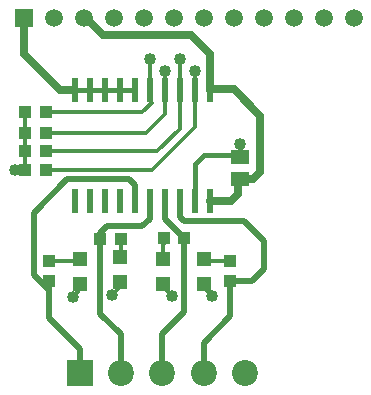
<source format=gbr>
G04 DipTrace 4.0.0.2*
G04 1 - Top.gbr*
%MOIN*%
G04 #@! TF.FileFunction,Copper,L1,Top*
G04 #@! TF.Part,Single*
G04 #@! TA.AperFunction,Conductor*
%ADD15C,0.018*%
%ADD16C,0.012*%
%ADD17C,0.025*%
%ADD18C,0.02*%
%ADD19R,0.059055X0.051181*%
%ADD21R,0.047244X0.047244*%
G04 #@! TA.AperFunction,ComponentPad*
%ADD22R,0.059055X0.059055*%
%ADD23C,0.059055*%
%ADD24R,0.043307X0.03937*%
%ADD25R,0.03937X0.043307*%
G04 #@! TA.AperFunction,ComponentPad*
%ADD26R,0.086614X0.086614*%
%ADD27C,0.086614*%
%ADD28R,0.023622X0.07874*%
G04 #@! TA.AperFunction,ViaPad*
%ADD29C,0.04*%
%FSLAX26Y26*%
G04*
G70*
G90*
G75*
G01*
G04 Top*
%LPD*%
X644000Y1729039D2*
D15*
X694000D1*
X744000D1*
X794000D1*
X844000D1*
X1044000Y1358961D2*
Y1481501D1*
X1075249Y1512751D1*
X1187651D1*
X1194000Y1506402D1*
Y1550249D1*
X1075249Y1083911D2*
D16*
Y1069000D1*
X1100249Y1044000D1*
X937751Y1083911D2*
Y1075248D1*
X968999Y1044000D1*
X794000Y1090161D2*
Y1072593D1*
X769000Y1047593D1*
X662749Y1083911D2*
Y1066341D1*
X637751Y1041343D1*
X473916Y1968803D2*
D17*
Y1849517D1*
X594394Y1729039D1*
X644000D1*
X479286Y1462751D2*
D16*
X444000D1*
X479286D2*
Y1525251D1*
Y1587751D1*
Y1656500D1*
X1094000Y1358961D2*
D17*
X1165210D1*
X1187749Y1381500D1*
Y1425348D1*
X1194000Y1431598D1*
X1237848D1*
X1262749Y1456500D1*
Y1644001D1*
X1175251Y1731500D1*
X1096461D1*
X1094000Y1729039D1*
X673916Y1968803D2*
X681697D1*
X737749Y1912751D1*
X1030761D1*
X1094000Y1849512D1*
Y1729039D1*
X546215Y1462751D2*
D16*
X900251D1*
X1044000Y1606500D1*
Y1729039D1*
Y1794000D1*
X546215Y1525251D2*
X919000D1*
X994000Y1600251D1*
Y1729039D1*
Y1831500D2*
Y1729039D1*
X546215Y1587751D2*
X881500D1*
X944000Y1650251D1*
Y1729039D1*
Y1794000D1*
X546215Y1656500D2*
X868999D1*
X900249Y1687751D1*
X894000Y1694000D1*
Y1729039D1*
Y1831500D2*
Y1729039D1*
X556500Y1158714D2*
X654875D1*
X662749Y1166588D1*
X796215Y1231501D2*
Y1175054D1*
X794000Y1172839D1*
X941785Y1237749D2*
Y1216344D1*
X937751D1*
Y1166588D1*
X1162748Y1158714D2*
X1083123D1*
X1075249Y1166588D1*
X659748Y787701D2*
D18*
Y865752D1*
X556500Y969000D1*
Y1091785D1*
X844000Y1358961D2*
Y1412749D1*
X825249Y1431500D1*
X619000D1*
X506500Y1319000D1*
Y1112749D1*
X556500Y1062749D1*
Y1091785D1*
X797543Y787701D2*
Y915457D1*
X729286Y983714D1*
Y1231499D1*
Y1254286D1*
X750249Y1275249D1*
X868999D1*
X894000Y1300251D1*
Y1358961D1*
X935339Y787701D2*
Y916589D1*
X1008714Y989965D1*
Y1237752D1*
X944000Y1358961D2*
Y1300249D1*
X1006497Y1237752D1*
X1008714D1*
X1073134Y787701D2*
Y885634D1*
X1162751Y975251D1*
Y1091785D1*
X994000Y1358961D2*
Y1306500D1*
X1006500Y1294000D1*
X1206500D1*
X1275249Y1225251D1*
Y1131500D1*
X1235534Y1091785D1*
X1162751D1*
D29*
X1044000Y1794000D3*
X994000Y1831500D3*
X944000Y1794000D3*
X894000Y1831500D3*
X444000Y1462751D3*
X1100249Y1044000D3*
X968999D3*
X769000Y1047593D3*
X637751Y1041343D3*
X1194000Y1550249D3*
D19*
Y1431598D3*
Y1506402D3*
D21*
X662749Y1166588D3*
Y1083911D3*
X794000Y1172839D3*
Y1090161D3*
X937751Y1166588D3*
Y1083911D3*
X1075249Y1166588D3*
Y1083911D3*
D22*
X473916Y1968803D3*
D23*
X573916D3*
X673916D3*
X773916D3*
X873916D3*
X973916D3*
X1073916D3*
X1173916D3*
X1273907D3*
X1373907D3*
X1473907D3*
X1573907D3*
D24*
X729286Y1231499D3*
X796215Y1231501D3*
D25*
X556501Y1091785D3*
X556499Y1158714D3*
D24*
X1008714Y1237752D3*
X941785Y1237749D3*
D25*
X1162750Y1091785D3*
X1162748Y1158714D3*
D26*
X659748Y787701D3*
D27*
X797543D3*
X935339D3*
X1073134D3*
X1210929D3*
D28*
X1094000Y1729039D3*
X1044000D3*
X994000D3*
X944000D3*
X894000D3*
X844000D3*
X794000D3*
X744000D3*
X694000D3*
X644000D3*
Y1358961D3*
X694000D3*
X744000D3*
X794000D3*
X844000D3*
X894000D3*
X944000D3*
X994000D3*
X1044000D3*
X1094000D3*
D24*
X546215Y1656500D3*
X479286D3*
X546215Y1587751D3*
X479286D3*
X546215Y1525251D3*
X479286D3*
X546215Y1462751D3*
X479286D3*
M02*

</source>
